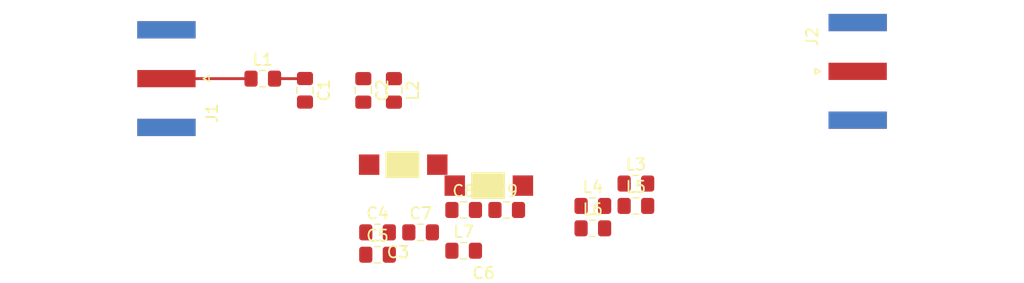
<source format=kicad_pcb>
(kicad_pcb (version 20171130) (host pcbnew "(6.0.0-rc1-dev-305-gf0b8b21)")

  (general
    (thickness 1.6)
    (drawings 0)
    (tracks 3)
    (zones 0)
    (modules 18)
    (nets 9)
  )

  (page A4)
  (layers
    (0 F.Cu signal)
    (31 B.Cu signal)
    (32 B.Adhes user)
    (33 F.Adhes user)
    (34 B.Paste user)
    (35 F.Paste user)
    (36 B.SilkS user)
    (37 F.SilkS user)
    (38 B.Mask user)
    (39 F.Mask user)
    (40 Dwgs.User user)
    (41 Cmts.User user)
    (42 Eco1.User user)
    (43 Eco2.User user)
    (44 Edge.Cuts user)
    (45 Margin user)
    (46 B.CrtYd user)
    (47 F.CrtYd user)
    (48 B.Fab user)
    (49 F.Fab user)
  )

  (setup
    (last_trace_width 0.25)
    (trace_clearance 0.2)
    (zone_clearance 0.508)
    (zone_45_only no)
    (trace_min 0.2)
    (via_size 0.8)
    (via_drill 0.4)
    (via_min_size 0.4)
    (via_min_drill 0.3)
    (uvia_size 0.3)
    (uvia_drill 0.1)
    (uvias_allowed no)
    (uvia_min_size 0.2)
    (uvia_min_drill 0.1)
    (edge_width 0.1)
    (segment_width 0.2)
    (pcb_text_width 0.3)
    (pcb_text_size 1.5 1.5)
    (mod_edge_width 0.15)
    (mod_text_size 1 1)
    (mod_text_width 0.15)
    (pad_size 1.524 1.524)
    (pad_drill 0.762)
    (pad_to_mask_clearance 0)
    (aux_axis_origin 0 0)
    (visible_elements FFFFFF7F)
    (pcbplotparams
      (layerselection 0x010fc_ffffffff)
      (usegerberextensions false)
      (usegerberattributes false)
      (usegerberadvancedattributes false)
      (creategerberjobfile false)
      (excludeedgelayer true)
      (linewidth 0.100000)
      (plotframeref false)
      (viasonmask false)
      (mode 1)
      (useauxorigin false)
      (hpglpennumber 1)
      (hpglpenspeed 20)
      (hpglpendiameter 15.000000)
      (psnegative false)
      (psa4output false)
      (plotreference true)
      (plotvalue true)
      (plotinvisibletext false)
      (padsonsilk false)
      (subtractmaskfromsilk false)
      (outputformat 1)
      (mirror false)
      (drillshape 1)
      (scaleselection 1)
      (outputdirectory ""))
  )

  (net 0 "")
  (net 1 "Net-(C1-Pad2)")
  (net 2 "Net-(C1-Pad1)")
  (net 3 "Net-(C3-Pad1)")
  (net 4 "Net-(C5-Pad1)")
  (net 5 "Net-(C6-Pad1)")
  (net 6 "Net-(C8-Pad1)")
  (net 7 "Net-(J1-Pad1)")
  (net 8 "Net-(J2-Pad1)")

  (net_class Default "This is the default net class."
    (clearance 0.2)
    (trace_width 0.25)
    (via_dia 0.8)
    (via_drill 0.4)
    (uvia_dia 0.3)
    (uvia_drill 0.1)
    (add_net "Net-(C1-Pad1)")
    (add_net "Net-(C1-Pad2)")
    (add_net "Net-(C3-Pad1)")
    (add_net "Net-(C5-Pad1)")
    (add_net "Net-(C6-Pad1)")
    (add_net "Net-(C8-Pad1)")
    (add_net "Net-(J1-Pad1)")
    (add_net "Net-(J2-Pad1)")
  )

  (module Capacitor_SMD:C_0805_2012Metric_Pad1.15x1.40mm_HandSolder (layer F.Cu) (tedit 5B36C52B) (tstamp 5E39EB7A)
    (at 138.43 57.277 270)
    (descr "Capacitor SMD 0805 (2012 Metric), square (rectangular) end terminal, IPC_7351 nominal with elongated pad for handsoldering. (Body size source: https://docs.google.com/spreadsheets/d/1BsfQQcO9C6DZCsRaXUlFlo91Tg2WpOkGARC1WS5S8t0/edit?usp=sharing), generated with kicad-footprint-generator")
    (tags "capacitor handsolder")
    (path /5E39E5F6)
    (attr smd)
    (fp_text reference C1 (at 0 -1.65 270) (layer F.SilkS)
      (effects (font (size 1 1) (thickness 0.15)))
    )
    (fp_text value C_match (at 0 1.65 270) (layer F.Fab)
      (effects (font (size 1 1) (thickness 0.15)))
    )
    (fp_text user %R (at 0 0 270) (layer F.Fab)
      (effects (font (size 0.5 0.5) (thickness 0.08)))
    )
    (fp_line (start 1.85 0.95) (end -1.85 0.95) (layer F.CrtYd) (width 0.05))
    (fp_line (start 1.85 -0.95) (end 1.85 0.95) (layer F.CrtYd) (width 0.05))
    (fp_line (start -1.85 -0.95) (end 1.85 -0.95) (layer F.CrtYd) (width 0.05))
    (fp_line (start -1.85 0.95) (end -1.85 -0.95) (layer F.CrtYd) (width 0.05))
    (fp_line (start -0.261252 0.71) (end 0.261252 0.71) (layer F.SilkS) (width 0.12))
    (fp_line (start -0.261252 -0.71) (end 0.261252 -0.71) (layer F.SilkS) (width 0.12))
    (fp_line (start 1 0.6) (end -1 0.6) (layer F.Fab) (width 0.1))
    (fp_line (start 1 -0.6) (end 1 0.6) (layer F.Fab) (width 0.1))
    (fp_line (start -1 -0.6) (end 1 -0.6) (layer F.Fab) (width 0.1))
    (fp_line (start -1 0.6) (end -1 -0.6) (layer F.Fab) (width 0.1))
    (pad 2 smd roundrect (at 1.025 0 270) (size 1.15 1.4) (layers F.Cu F.Paste F.Mask) (roundrect_rratio 0.217391)
      (net 1 "Net-(C1-Pad2)"))
    (pad 1 smd roundrect (at -1.025 0 270) (size 1.15 1.4) (layers F.Cu F.Paste F.Mask) (roundrect_rratio 0.217391)
      (net 2 "Net-(C1-Pad1)"))
    (model ${KISYS3DMOD}/Capacitor_SMD.3dshapes/C_0805_2012Metric.wrl
      (at (xyz 0 0 0))
      (scale (xyz 1 1 1))
      (rotate (xyz 0 0 0))
    )
  )

  (module Capacitor_SMD:C_0805_2012Metric_Pad1.15x1.40mm_HandSolder (layer F.Cu) (tedit 5B36C52B) (tstamp 5E39EB8B)
    (at 143.51 57.286 270)
    (descr "Capacitor SMD 0805 (2012 Metric), square (rectangular) end terminal, IPC_7351 nominal with elongated pad for handsoldering. (Body size source: https://docs.google.com/spreadsheets/d/1BsfQQcO9C6DZCsRaXUlFlo91Tg2WpOkGARC1WS5S8t0/edit?usp=sharing), generated with kicad-footprint-generator")
    (tags "capacitor handsolder")
    (path /5E39E244)
    (attr smd)
    (fp_text reference C2 (at 0 -1.65 270) (layer F.SilkS)
      (effects (font (size 1 1) (thickness 0.15)))
    )
    (fp_text value C (at 0 1.65 270) (layer F.Fab)
      (effects (font (size 1 1) (thickness 0.15)))
    )
    (fp_line (start -1 0.6) (end -1 -0.6) (layer F.Fab) (width 0.1))
    (fp_line (start -1 -0.6) (end 1 -0.6) (layer F.Fab) (width 0.1))
    (fp_line (start 1 -0.6) (end 1 0.6) (layer F.Fab) (width 0.1))
    (fp_line (start 1 0.6) (end -1 0.6) (layer F.Fab) (width 0.1))
    (fp_line (start -0.261252 -0.71) (end 0.261252 -0.71) (layer F.SilkS) (width 0.12))
    (fp_line (start -0.261252 0.71) (end 0.261252 0.71) (layer F.SilkS) (width 0.12))
    (fp_line (start -1.85 0.95) (end -1.85 -0.95) (layer F.CrtYd) (width 0.05))
    (fp_line (start -1.85 -0.95) (end 1.85 -0.95) (layer F.CrtYd) (width 0.05))
    (fp_line (start 1.85 -0.95) (end 1.85 0.95) (layer F.CrtYd) (width 0.05))
    (fp_line (start 1.85 0.95) (end -1.85 0.95) (layer F.CrtYd) (width 0.05))
    (fp_text user %R (at 0 0 270) (layer F.Fab)
      (effects (font (size 0.5 0.5) (thickness 0.08)))
    )
    (pad 1 smd roundrect (at -1.025 0 270) (size 1.15 1.4) (layers F.Cu F.Paste F.Mask) (roundrect_rratio 0.217391)
      (net 2 "Net-(C1-Pad1)"))
    (pad 2 smd roundrect (at 1.025 0 270) (size 1.15 1.4) (layers F.Cu F.Paste F.Mask) (roundrect_rratio 0.217391)
      (net 1 "Net-(C1-Pad2)"))
    (model ${KISYS3DMOD}/Capacitor_SMD.3dshapes/C_0805_2012Metric.wrl
      (at (xyz 0 0 0))
      (scale (xyz 1 1 1))
      (rotate (xyz 0 0 0))
    )
  )

  (module "Connector_PinHeader_2.54mm:Variable Capacitor" (layer F.Cu) (tedit 5E20EA9C) (tstamp 5E39F120)
    (at 146.534124 63.754)
    (path /5E39EFCE)
    (fp_text reference C3 (at 0 7.62) (layer F.SilkS)
      (effects (font (size 1 1) (thickness 0.15)))
    )
    (fp_text value C_Variable (at 0 5.08) (layer F.Fab)
      (effects (font (size 1 1) (thickness 0.15)))
    )
    (fp_poly (pts (xy -1.016 -1.0795) (xy -1.016 1.0795) (xy 1.778 1.0795) (xy 1.778 -1.0795)) (layer F.SilkS) (width 0.15))
    (pad 1 smd rect (at -2.516124 0) (size 1.778 1.778) (layers F.Cu F.Paste F.Mask)
      (net 3 "Net-(C3-Pad1)"))
    (pad 2 smd rect (at 3.419348 0) (size 1.778 1.778) (layers F.Cu F.Paste F.Mask)
      (net 2 "Net-(C1-Pad1)"))
  )

  (module Capacitor_SMD:C_0805_2012Metric_Pad1.15x1.40mm_HandSolder (layer F.Cu) (tedit 5B36C52B) (tstamp 5E39EBA3)
    (at 144.750001 69.648001)
    (descr "Capacitor SMD 0805 (2012 Metric), square (rectangular) end terminal, IPC_7351 nominal with elongated pad for handsoldering. (Body size source: https://docs.google.com/spreadsheets/d/1BsfQQcO9C6DZCsRaXUlFlo91Tg2WpOkGARC1WS5S8t0/edit?usp=sharing), generated with kicad-footprint-generator")
    (tags "capacitor handsolder")
    (path /5E39E2BE)
    (attr smd)
    (fp_text reference C4 (at 0 -1.65) (layer F.SilkS)
      (effects (font (size 1 1) (thickness 0.15)))
    )
    (fp_text value C (at 0 1.65) (layer F.Fab)
      (effects (font (size 1 1) (thickness 0.15)))
    )
    (fp_text user %R (at 0 0) (layer F.Fab)
      (effects (font (size 0.5 0.5) (thickness 0.08)))
    )
    (fp_line (start 1.85 0.95) (end -1.85 0.95) (layer F.CrtYd) (width 0.05))
    (fp_line (start 1.85 -0.95) (end 1.85 0.95) (layer F.CrtYd) (width 0.05))
    (fp_line (start -1.85 -0.95) (end 1.85 -0.95) (layer F.CrtYd) (width 0.05))
    (fp_line (start -1.85 0.95) (end -1.85 -0.95) (layer F.CrtYd) (width 0.05))
    (fp_line (start -0.261252 0.71) (end 0.261252 0.71) (layer F.SilkS) (width 0.12))
    (fp_line (start -0.261252 -0.71) (end 0.261252 -0.71) (layer F.SilkS) (width 0.12))
    (fp_line (start 1 0.6) (end -1 0.6) (layer F.Fab) (width 0.1))
    (fp_line (start 1 -0.6) (end 1 0.6) (layer F.Fab) (width 0.1))
    (fp_line (start -1 -0.6) (end 1 -0.6) (layer F.Fab) (width 0.1))
    (fp_line (start -1 0.6) (end -1 -0.6) (layer F.Fab) (width 0.1))
    (pad 2 smd roundrect (at 1.025 0) (size 1.15 1.4) (layers F.Cu F.Paste F.Mask) (roundrect_rratio 0.217391)
      (net 2 "Net-(C1-Pad1)"))
    (pad 1 smd roundrect (at -1.025 0) (size 1.15 1.4) (layers F.Cu F.Paste F.Mask) (roundrect_rratio 0.217391)
      (net 3 "Net-(C3-Pad1)"))
    (model ${KISYS3DMOD}/Capacitor_SMD.3dshapes/C_0805_2012Metric.wrl
      (at (xyz 0 0 0))
      (scale (xyz 1 1 1))
      (rotate (xyz 0 0 0))
    )
  )

  (module Capacitor_SMD:C_0805_2012Metric_Pad1.15x1.40mm_HandSolder (layer F.Cu) (tedit 5B36C52B) (tstamp 5E39EBB4)
    (at 144.750001 71.598001)
    (descr "Capacitor SMD 0805 (2012 Metric), square (rectangular) end terminal, IPC_7351 nominal with elongated pad for handsoldering. (Body size source: https://docs.google.com/spreadsheets/d/1BsfQQcO9C6DZCsRaXUlFlo91Tg2WpOkGARC1WS5S8t0/edit?usp=sharing), generated with kicad-footprint-generator")
    (tags "capacitor handsolder")
    (path /5E39E304)
    (attr smd)
    (fp_text reference C5 (at 0 -1.65) (layer F.SilkS)
      (effects (font (size 1 1) (thickness 0.15)))
    )
    (fp_text value C (at 0 1.65) (layer F.Fab)
      (effects (font (size 1 1) (thickness 0.15)))
    )
    (fp_line (start -1 0.6) (end -1 -0.6) (layer F.Fab) (width 0.1))
    (fp_line (start -1 -0.6) (end 1 -0.6) (layer F.Fab) (width 0.1))
    (fp_line (start 1 -0.6) (end 1 0.6) (layer F.Fab) (width 0.1))
    (fp_line (start 1 0.6) (end -1 0.6) (layer F.Fab) (width 0.1))
    (fp_line (start -0.261252 -0.71) (end 0.261252 -0.71) (layer F.SilkS) (width 0.12))
    (fp_line (start -0.261252 0.71) (end 0.261252 0.71) (layer F.SilkS) (width 0.12))
    (fp_line (start -1.85 0.95) (end -1.85 -0.95) (layer F.CrtYd) (width 0.05))
    (fp_line (start -1.85 -0.95) (end 1.85 -0.95) (layer F.CrtYd) (width 0.05))
    (fp_line (start 1.85 -0.95) (end 1.85 0.95) (layer F.CrtYd) (width 0.05))
    (fp_line (start 1.85 0.95) (end -1.85 0.95) (layer F.CrtYd) (width 0.05))
    (fp_text user %R (at 0 0) (layer F.Fab)
      (effects (font (size 0.5 0.5) (thickness 0.08)))
    )
    (pad 1 smd roundrect (at -1.025 0) (size 1.15 1.4) (layers F.Cu F.Paste F.Mask) (roundrect_rratio 0.217391)
      (net 4 "Net-(C5-Pad1)"))
    (pad 2 smd roundrect (at 1.025 0) (size 1.15 1.4) (layers F.Cu F.Paste F.Mask) (roundrect_rratio 0.217391)
      (net 1 "Net-(C1-Pad2)"))
    (model ${KISYS3DMOD}/Capacitor_SMD.3dshapes/C_0805_2012Metric.wrl
      (at (xyz 0 0 0))
      (scale (xyz 1 1 1))
      (rotate (xyz 0 0 0))
    )
  )

  (module "Connector_PinHeader_2.54mm:Variable Capacitor" (layer F.Cu) (tedit 5E20EA9C) (tstamp 5E39EBBB)
    (at 153.990124 65.577501)
    (path /5E39F04D)
    (fp_text reference C6 (at 0 7.62) (layer F.SilkS)
      (effects (font (size 1 1) (thickness 0.15)))
    )
    (fp_text value C_Variable (at 0 5.08) (layer F.Fab)
      (effects (font (size 1 1) (thickness 0.15)))
    )
    (fp_poly (pts (xy -1.016 -1.0795) (xy -1.016 1.0795) (xy 1.778 1.0795) (xy 1.778 -1.0795)) (layer F.SilkS) (width 0.15))
    (pad 2 smd rect (at 3.419348 0) (size 1.778 1.778) (layers F.Cu F.Paste F.Mask)
      (net 4 "Net-(C5-Pad1)"))
    (pad 1 smd rect (at -2.516124 0) (size 1.778 1.778) (layers F.Cu F.Paste F.Mask)
      (net 5 "Net-(C6-Pad1)"))
  )

  (module Capacitor_SMD:C_0805_2012Metric_Pad1.15x1.40mm_HandSolder (layer F.Cu) (tedit 5B36C52B) (tstamp 5E39EBCC)
    (at 148.500001 69.648001)
    (descr "Capacitor SMD 0805 (2012 Metric), square (rectangular) end terminal, IPC_7351 nominal with elongated pad for handsoldering. (Body size source: https://docs.google.com/spreadsheets/d/1BsfQQcO9C6DZCsRaXUlFlo91Tg2WpOkGARC1WS5S8t0/edit?usp=sharing), generated with kicad-footprint-generator")
    (tags "capacitor handsolder")
    (path /5E39E34F)
    (attr smd)
    (fp_text reference C7 (at 0 -1.65) (layer F.SilkS)
      (effects (font (size 1 1) (thickness 0.15)))
    )
    (fp_text value C (at 0 1.65) (layer F.Fab)
      (effects (font (size 1 1) (thickness 0.15)))
    )
    (fp_text user %R (at 0 0) (layer F.Fab)
      (effects (font (size 0.5 0.5) (thickness 0.08)))
    )
    (fp_line (start 1.85 0.95) (end -1.85 0.95) (layer F.CrtYd) (width 0.05))
    (fp_line (start 1.85 -0.95) (end 1.85 0.95) (layer F.CrtYd) (width 0.05))
    (fp_line (start -1.85 -0.95) (end 1.85 -0.95) (layer F.CrtYd) (width 0.05))
    (fp_line (start -1.85 0.95) (end -1.85 -0.95) (layer F.CrtYd) (width 0.05))
    (fp_line (start -0.261252 0.71) (end 0.261252 0.71) (layer F.SilkS) (width 0.12))
    (fp_line (start -0.261252 -0.71) (end 0.261252 -0.71) (layer F.SilkS) (width 0.12))
    (fp_line (start 1 0.6) (end -1 0.6) (layer F.Fab) (width 0.1))
    (fp_line (start 1 -0.6) (end 1 0.6) (layer F.Fab) (width 0.1))
    (fp_line (start -1 -0.6) (end 1 -0.6) (layer F.Fab) (width 0.1))
    (fp_line (start -1 0.6) (end -1 -0.6) (layer F.Fab) (width 0.1))
    (pad 2 smd roundrect (at 1.025 0) (size 1.15 1.4) (layers F.Cu F.Paste F.Mask) (roundrect_rratio 0.217391)
      (net 4 "Net-(C5-Pad1)"))
    (pad 1 smd roundrect (at -1.025 0) (size 1.15 1.4) (layers F.Cu F.Paste F.Mask) (roundrect_rratio 0.217391)
      (net 5 "Net-(C6-Pad1)"))
    (model ${KISYS3DMOD}/Capacitor_SMD.3dshapes/C_0805_2012Metric.wrl
      (at (xyz 0 0 0))
      (scale (xyz 1 1 1))
      (rotate (xyz 0 0 0))
    )
  )

  (module Capacitor_SMD:C_0805_2012Metric_Pad1.15x1.40mm_HandSolder (layer F.Cu) (tedit 5B36C52B) (tstamp 5E39EBDD)
    (at 152.250001 67.698001)
    (descr "Capacitor SMD 0805 (2012 Metric), square (rectangular) end terminal, IPC_7351 nominal with elongated pad for handsoldering. (Body size source: https://docs.google.com/spreadsheets/d/1BsfQQcO9C6DZCsRaXUlFlo91Tg2WpOkGARC1WS5S8t0/edit?usp=sharing), generated with kicad-footprint-generator")
    (tags "capacitor handsolder")
    (path /5E39E3A0)
    (attr smd)
    (fp_text reference C8 (at 0 -1.65) (layer F.SilkS)
      (effects (font (size 1 1) (thickness 0.15)))
    )
    (fp_text value C (at 0 1.65) (layer F.Fab)
      (effects (font (size 1 1) (thickness 0.15)))
    )
    (fp_line (start -1 0.6) (end -1 -0.6) (layer F.Fab) (width 0.1))
    (fp_line (start -1 -0.6) (end 1 -0.6) (layer F.Fab) (width 0.1))
    (fp_line (start 1 -0.6) (end 1 0.6) (layer F.Fab) (width 0.1))
    (fp_line (start 1 0.6) (end -1 0.6) (layer F.Fab) (width 0.1))
    (fp_line (start -0.261252 -0.71) (end 0.261252 -0.71) (layer F.SilkS) (width 0.12))
    (fp_line (start -0.261252 0.71) (end 0.261252 0.71) (layer F.SilkS) (width 0.12))
    (fp_line (start -1.85 0.95) (end -1.85 -0.95) (layer F.CrtYd) (width 0.05))
    (fp_line (start -1.85 -0.95) (end 1.85 -0.95) (layer F.CrtYd) (width 0.05))
    (fp_line (start 1.85 -0.95) (end 1.85 0.95) (layer F.CrtYd) (width 0.05))
    (fp_line (start 1.85 0.95) (end -1.85 0.95) (layer F.CrtYd) (width 0.05))
    (fp_text user %R (at 0 0) (layer F.Fab)
      (effects (font (size 0.5 0.5) (thickness 0.08)))
    )
    (pad 1 smd roundrect (at -1.025 0) (size 1.15 1.4) (layers F.Cu F.Paste F.Mask) (roundrect_rratio 0.217391)
      (net 6 "Net-(C8-Pad1)"))
    (pad 2 smd roundrect (at 1.025 0) (size 1.15 1.4) (layers F.Cu F.Paste F.Mask) (roundrect_rratio 0.217391)
      (net 1 "Net-(C1-Pad2)"))
    (model ${KISYS3DMOD}/Capacitor_SMD.3dshapes/C_0805_2012Metric.wrl
      (at (xyz 0 0 0))
      (scale (xyz 1 1 1))
      (rotate (xyz 0 0 0))
    )
  )

  (module Capacitor_SMD:C_0805_2012Metric_Pad1.15x1.40mm_HandSolder (layer F.Cu) (tedit 5B36C52B) (tstamp 5E39EBEE)
    (at 156.000001 67.698001)
    (descr "Capacitor SMD 0805 (2012 Metric), square (rectangular) end terminal, IPC_7351 nominal with elongated pad for handsoldering. (Body size source: https://docs.google.com/spreadsheets/d/1BsfQQcO9C6DZCsRaXUlFlo91Tg2WpOkGARC1WS5S8t0/edit?usp=sharing), generated with kicad-footprint-generator")
    (tags "capacitor handsolder")
    (path /5E39E6F4)
    (attr smd)
    (fp_text reference C9 (at 0 -1.65) (layer F.SilkS)
      (effects (font (size 1 1) (thickness 0.15)))
    )
    (fp_text value C (at 0 1.65) (layer F.Fab)
      (effects (font (size 1 1) (thickness 0.15)))
    )
    (fp_line (start -1 0.6) (end -1 -0.6) (layer F.Fab) (width 0.1))
    (fp_line (start -1 -0.6) (end 1 -0.6) (layer F.Fab) (width 0.1))
    (fp_line (start 1 -0.6) (end 1 0.6) (layer F.Fab) (width 0.1))
    (fp_line (start 1 0.6) (end -1 0.6) (layer F.Fab) (width 0.1))
    (fp_line (start -0.261252 -0.71) (end 0.261252 -0.71) (layer F.SilkS) (width 0.12))
    (fp_line (start -0.261252 0.71) (end 0.261252 0.71) (layer F.SilkS) (width 0.12))
    (fp_line (start -1.85 0.95) (end -1.85 -0.95) (layer F.CrtYd) (width 0.05))
    (fp_line (start -1.85 -0.95) (end 1.85 -0.95) (layer F.CrtYd) (width 0.05))
    (fp_line (start 1.85 -0.95) (end 1.85 0.95) (layer F.CrtYd) (width 0.05))
    (fp_line (start 1.85 0.95) (end -1.85 0.95) (layer F.CrtYd) (width 0.05))
    (fp_text user %R (at 0 0) (layer F.Fab)
      (effects (font (size 0.5 0.5) (thickness 0.08)))
    )
    (pad 1 smd roundrect (at -1.025 0) (size 1.15 1.4) (layers F.Cu F.Paste F.Mask) (roundrect_rratio 0.217391)
      (net 6 "Net-(C8-Pad1)"))
    (pad 2 smd roundrect (at 1.025 0) (size 1.15 1.4) (layers F.Cu F.Paste F.Mask) (roundrect_rratio 0.217391)
      (net 1 "Net-(C1-Pad2)"))
    (model ${KISYS3DMOD}/Capacitor_SMD.3dshapes/C_0805_2012Metric.wrl
      (at (xyz 0 0 0))
      (scale (xyz 1 1 1))
      (rotate (xyz 0 0 0))
    )
  )

  (module Connector_Coaxial:SMA_Amphenol_132289_EdgeMount (layer F.Cu) (tedit 5A1C1810) (tstamp 5E39EC11)
    (at 126.365 56.261 180)
    (descr http://www.amphenolrf.com/132289.html)
    (tags SMA)
    (path /5E39EAC7)
    (attr smd)
    (fp_text reference J1 (at -3.96 -3 270) (layer F.SilkS)
      (effects (font (size 1 1) (thickness 0.15)))
    )
    (fp_text value Conn_Coaxial (at 5 6 180) (layer F.Fab)
      (effects (font (size 1 1) (thickness 0.15)))
    )
    (fp_line (start -1.91 5.08) (end 4.445 5.08) (layer F.Fab) (width 0.1))
    (fp_line (start -1.91 3.81) (end -1.91 5.08) (layer F.Fab) (width 0.1))
    (fp_line (start 2.54 3.81) (end -1.91 3.81) (layer F.Fab) (width 0.1))
    (fp_line (start 2.54 -3.81) (end 2.54 3.81) (layer F.Fab) (width 0.1))
    (fp_line (start -1.91 -3.81) (end 2.54 -3.81) (layer F.Fab) (width 0.1))
    (fp_line (start -1.91 -5.08) (end -1.91 -3.81) (layer F.Fab) (width 0.1))
    (fp_line (start -1.91 -5.08) (end 4.445 -5.08) (layer F.Fab) (width 0.1))
    (fp_line (start 4.445 -3.81) (end 4.445 -5.08) (layer F.Fab) (width 0.1))
    (fp_line (start 4.445 5.08) (end 4.445 3.81) (layer F.Fab) (width 0.1))
    (fp_line (start 13.97 3.81) (end 4.445 3.81) (layer F.Fab) (width 0.1))
    (fp_line (start 13.97 -3.81) (end 13.97 3.81) (layer F.Fab) (width 0.1))
    (fp_line (start 4.445 -3.81) (end 13.97 -3.81) (layer F.Fab) (width 0.1))
    (fp_line (start -3.04 5.58) (end -3.04 -5.58) (layer B.CrtYd) (width 0.05))
    (fp_line (start 14.47 5.58) (end -3.04 5.58) (layer B.CrtYd) (width 0.05))
    (fp_line (start 14.47 -5.58) (end 14.47 5.58) (layer B.CrtYd) (width 0.05))
    (fp_line (start 14.47 -5.58) (end -3.04 -5.58) (layer B.CrtYd) (width 0.05))
    (fp_line (start -3.04 5.58) (end -3.04 -5.58) (layer F.CrtYd) (width 0.05))
    (fp_line (start 14.47 5.58) (end -3.04 5.58) (layer F.CrtYd) (width 0.05))
    (fp_line (start 14.47 -5.58) (end 14.47 5.58) (layer F.CrtYd) (width 0.05))
    (fp_line (start 14.47 -5.58) (end -3.04 -5.58) (layer F.CrtYd) (width 0.05))
    (fp_text user %R (at 4.79 0 90) (layer F.Fab)
      (effects (font (size 1 1) (thickness 0.15)))
    )
    (fp_line (start 2.54 -0.75) (end 3.54 0) (layer F.Fab) (width 0.1))
    (fp_line (start 3.54 0) (end 2.54 0.75) (layer F.Fab) (width 0.1))
    (fp_line (start -3.21 0) (end -3.71 -0.25) (layer F.SilkS) (width 0.12))
    (fp_line (start -3.71 -0.25) (end -3.71 0.25) (layer F.SilkS) (width 0.12))
    (fp_line (start -3.71 0.25) (end -3.21 0) (layer F.SilkS) (width 0.12))
    (pad 1 smd rect (at 0 0 270) (size 1.5 5.08) (layers F.Cu F.Paste F.Mask)
      (net 7 "Net-(J1-Pad1)"))
    (pad 2 smd rect (at 0 -4.25 270) (size 1.5 5.08) (layers F.Cu F.Paste F.Mask)
      (net 1 "Net-(C1-Pad2)"))
    (pad 2 smd rect (at 0 4.25 270) (size 1.5 5.08) (layers F.Cu F.Paste F.Mask)
      (net 1 "Net-(C1-Pad2)"))
    (pad 2 smd rect (at 0 -4.25 270) (size 1.5 5.08) (layers B.Cu B.Paste B.Mask)
      (net 1 "Net-(C1-Pad2)"))
    (pad 2 smd rect (at 0 4.25 270) (size 1.5 5.08) (layers B.Cu B.Paste B.Mask)
      (net 1 "Net-(C1-Pad2)"))
    (model ${KISYS3DMOD}/Connector_Coaxial.3dshapes/SMA_Amphenol_132289_EdgeMount.wrl
      (at (xyz 0 0 0))
      (scale (xyz 1 1 1))
      (rotate (xyz 0 0 0))
    )
  )

  (module Connector_Coaxial:SMA_Amphenol_132289_EdgeMount (layer F.Cu) (tedit 5A1C1810) (tstamp 5E39EC34)
    (at 186.563 55.626)
    (descr http://www.amphenolrf.com/132289.html)
    (tags SMA)
    (path /5E39EA26)
    (attr smd)
    (fp_text reference J2 (at -3.96 -3 90) (layer F.SilkS)
      (effects (font (size 1 1) (thickness 0.15)))
    )
    (fp_text value Conn_Coaxial (at 5 6) (layer F.Fab)
      (effects (font (size 1 1) (thickness 0.15)))
    )
    (fp_line (start -3.71 0.25) (end -3.21 0) (layer F.SilkS) (width 0.12))
    (fp_line (start -3.71 -0.25) (end -3.71 0.25) (layer F.SilkS) (width 0.12))
    (fp_line (start -3.21 0) (end -3.71 -0.25) (layer F.SilkS) (width 0.12))
    (fp_line (start 3.54 0) (end 2.54 0.75) (layer F.Fab) (width 0.1))
    (fp_line (start 2.54 -0.75) (end 3.54 0) (layer F.Fab) (width 0.1))
    (fp_text user %R (at 4.79 0 270) (layer F.Fab)
      (effects (font (size 1 1) (thickness 0.15)))
    )
    (fp_line (start 14.47 -5.58) (end -3.04 -5.58) (layer F.CrtYd) (width 0.05))
    (fp_line (start 14.47 -5.58) (end 14.47 5.58) (layer F.CrtYd) (width 0.05))
    (fp_line (start 14.47 5.58) (end -3.04 5.58) (layer F.CrtYd) (width 0.05))
    (fp_line (start -3.04 5.58) (end -3.04 -5.58) (layer F.CrtYd) (width 0.05))
    (fp_line (start 14.47 -5.58) (end -3.04 -5.58) (layer B.CrtYd) (width 0.05))
    (fp_line (start 14.47 -5.58) (end 14.47 5.58) (layer B.CrtYd) (width 0.05))
    (fp_line (start 14.47 5.58) (end -3.04 5.58) (layer B.CrtYd) (width 0.05))
    (fp_line (start -3.04 5.58) (end -3.04 -5.58) (layer B.CrtYd) (width 0.05))
    (fp_line (start 4.445 -3.81) (end 13.97 -3.81) (layer F.Fab) (width 0.1))
    (fp_line (start 13.97 -3.81) (end 13.97 3.81) (layer F.Fab) (width 0.1))
    (fp_line (start 13.97 3.81) (end 4.445 3.81) (layer F.Fab) (width 0.1))
    (fp_line (start 4.445 5.08) (end 4.445 3.81) (layer F.Fab) (width 0.1))
    (fp_line (start 4.445 -3.81) (end 4.445 -5.08) (layer F.Fab) (width 0.1))
    (fp_line (start -1.91 -5.08) (end 4.445 -5.08) (layer F.Fab) (width 0.1))
    (fp_line (start -1.91 -5.08) (end -1.91 -3.81) (layer F.Fab) (width 0.1))
    (fp_line (start -1.91 -3.81) (end 2.54 -3.81) (layer F.Fab) (width 0.1))
    (fp_line (start 2.54 -3.81) (end 2.54 3.81) (layer F.Fab) (width 0.1))
    (fp_line (start 2.54 3.81) (end -1.91 3.81) (layer F.Fab) (width 0.1))
    (fp_line (start -1.91 3.81) (end -1.91 5.08) (layer F.Fab) (width 0.1))
    (fp_line (start -1.91 5.08) (end 4.445 5.08) (layer F.Fab) (width 0.1))
    (pad 2 smd rect (at 0 4.25 90) (size 1.5 5.08) (layers B.Cu B.Paste B.Mask)
      (net 1 "Net-(C1-Pad2)"))
    (pad 2 smd rect (at 0 -4.25 90) (size 1.5 5.08) (layers B.Cu B.Paste B.Mask)
      (net 1 "Net-(C1-Pad2)"))
    (pad 2 smd rect (at 0 4.25 90) (size 1.5 5.08) (layers F.Cu F.Paste F.Mask)
      (net 1 "Net-(C1-Pad2)"))
    (pad 2 smd rect (at 0 -4.25 90) (size 1.5 5.08) (layers F.Cu F.Paste F.Mask)
      (net 1 "Net-(C1-Pad2)"))
    (pad 1 smd rect (at 0 0 90) (size 1.5 5.08) (layers F.Cu F.Paste F.Mask)
      (net 8 "Net-(J2-Pad1)"))
    (model ${KISYS3DMOD}/Connector_Coaxial.3dshapes/SMA_Amphenol_132289_EdgeMount.wrl
      (at (xyz 0 0 0))
      (scale (xyz 1 1 1))
      (rotate (xyz 0 0 0))
    )
  )

  (module Inductor_SMD:L_0805_2012Metric_Pad1.15x1.40mm_HandSolder (layer F.Cu) (tedit 5B36C52B) (tstamp 5E39EC45)
    (at 134.756 56.261)
    (descr "Capacitor SMD 0805 (2012 Metric), square (rectangular) end terminal, IPC_7351 nominal with elongated pad for handsoldering. (Body size source: https://docs.google.com/spreadsheets/d/1BsfQQcO9C6DZCsRaXUlFlo91Tg2WpOkGARC1WS5S8t0/edit?usp=sharing), generated with kicad-footprint-generator")
    (tags "inductor handsolder")
    (path /5E39E659)
    (attr smd)
    (fp_text reference L1 (at 0 -1.65) (layer F.SilkS)
      (effects (font (size 1 1) (thickness 0.15)))
    )
    (fp_text value L_match (at 0 1.65) (layer F.Fab)
      (effects (font (size 1 1) (thickness 0.15)))
    )
    (fp_text user %R (at 0 0) (layer F.Fab)
      (effects (font (size 0.5 0.5) (thickness 0.08)))
    )
    (fp_line (start 1.85 0.95) (end -1.85 0.95) (layer F.CrtYd) (width 0.05))
    (fp_line (start 1.85 -0.95) (end 1.85 0.95) (layer F.CrtYd) (width 0.05))
    (fp_line (start -1.85 -0.95) (end 1.85 -0.95) (layer F.CrtYd) (width 0.05))
    (fp_line (start -1.85 0.95) (end -1.85 -0.95) (layer F.CrtYd) (width 0.05))
    (fp_line (start -0.261252 0.71) (end 0.261252 0.71) (layer F.SilkS) (width 0.12))
    (fp_line (start -0.261252 -0.71) (end 0.261252 -0.71) (layer F.SilkS) (width 0.12))
    (fp_line (start 1 0.6) (end -1 0.6) (layer F.Fab) (width 0.1))
    (fp_line (start 1 -0.6) (end 1 0.6) (layer F.Fab) (width 0.1))
    (fp_line (start -1 -0.6) (end 1 -0.6) (layer F.Fab) (width 0.1))
    (fp_line (start -1 0.6) (end -1 -0.6) (layer F.Fab) (width 0.1))
    (pad 2 smd roundrect (at 1.025 0) (size 1.15 1.4) (layers F.Cu F.Paste F.Mask) (roundrect_rratio 0.217391)
      (net 2 "Net-(C1-Pad1)"))
    (pad 1 smd roundrect (at -1.025 0) (size 1.15 1.4) (layers F.Cu F.Paste F.Mask) (roundrect_rratio 0.217391)
      (net 7 "Net-(J1-Pad1)"))
    (model ${KISYS3DMOD}/Inductor_SMD.3dshapes/L_0805_2012Metric.wrl
      (at (xyz 0 0 0))
      (scale (xyz 1 1 1))
      (rotate (xyz 0 0 0))
    )
  )

  (module Inductor_SMD:L_0805_2012Metric_Pad1.15x1.40mm_HandSolder (layer F.Cu) (tedit 5B36C52B) (tstamp 5E39EC56)
    (at 146.177 57.286 270)
    (descr "Capacitor SMD 0805 (2012 Metric), square (rectangular) end terminal, IPC_7351 nominal with elongated pad for handsoldering. (Body size source: https://docs.google.com/spreadsheets/d/1BsfQQcO9C6DZCsRaXUlFlo91Tg2WpOkGARC1WS5S8t0/edit?usp=sharing), generated with kicad-footprint-generator")
    (tags "inductor handsolder")
    (path /5E39E3F8)
    (attr smd)
    (fp_text reference L2 (at 0 -1.65 270) (layer F.SilkS)
      (effects (font (size 1 1) (thickness 0.15)))
    )
    (fp_text value L (at 0 1.65 270) (layer F.Fab)
      (effects (font (size 1 1) (thickness 0.15)))
    )
    (fp_line (start -1 0.6) (end -1 -0.6) (layer F.Fab) (width 0.1))
    (fp_line (start -1 -0.6) (end 1 -0.6) (layer F.Fab) (width 0.1))
    (fp_line (start 1 -0.6) (end 1 0.6) (layer F.Fab) (width 0.1))
    (fp_line (start 1 0.6) (end -1 0.6) (layer F.Fab) (width 0.1))
    (fp_line (start -0.261252 -0.71) (end 0.261252 -0.71) (layer F.SilkS) (width 0.12))
    (fp_line (start -0.261252 0.71) (end 0.261252 0.71) (layer F.SilkS) (width 0.12))
    (fp_line (start -1.85 0.95) (end -1.85 -0.95) (layer F.CrtYd) (width 0.05))
    (fp_line (start -1.85 -0.95) (end 1.85 -0.95) (layer F.CrtYd) (width 0.05))
    (fp_line (start 1.85 -0.95) (end 1.85 0.95) (layer F.CrtYd) (width 0.05))
    (fp_line (start 1.85 0.95) (end -1.85 0.95) (layer F.CrtYd) (width 0.05))
    (fp_text user %R (at 0 0 270) (layer F.Fab)
      (effects (font (size 0.5 0.5) (thickness 0.08)))
    )
    (pad 1 smd roundrect (at -1.025 0 270) (size 1.15 1.4) (layers F.Cu F.Paste F.Mask) (roundrect_rratio 0.217391)
      (net 2 "Net-(C1-Pad1)"))
    (pad 2 smd roundrect (at 1.025 0 270) (size 1.15 1.4) (layers F.Cu F.Paste F.Mask) (roundrect_rratio 0.217391)
      (net 1 "Net-(C1-Pad2)"))
    (model ${KISYS3DMOD}/Inductor_SMD.3dshapes/L_0805_2012Metric.wrl
      (at (xyz 0 0 0))
      (scale (xyz 1 1 1))
      (rotate (xyz 0 0 0))
    )
  )

  (module Inductor_SMD:L_0805_2012Metric_Pad1.15x1.40mm_HandSolder (layer F.Cu) (tedit 5B36C52B) (tstamp 5E39EC67)
    (at 167.250001 65.398001)
    (descr "Capacitor SMD 0805 (2012 Metric), square (rectangular) end terminal, IPC_7351 nominal with elongated pad for handsoldering. (Body size source: https://docs.google.com/spreadsheets/d/1BsfQQcO9C6DZCsRaXUlFlo91Tg2WpOkGARC1WS5S8t0/edit?usp=sharing), generated with kicad-footprint-generator")
    (tags "inductor handsolder")
    (path /5E39E43D)
    (attr smd)
    (fp_text reference L3 (at 0 -1.65) (layer F.SilkS)
      (effects (font (size 1 1) (thickness 0.15)))
    )
    (fp_text value L (at 0 1.65) (layer F.Fab)
      (effects (font (size 1 1) (thickness 0.15)))
    )
    (fp_text user %R (at 0 0) (layer F.Fab)
      (effects (font (size 0.5 0.5) (thickness 0.08)))
    )
    (fp_line (start 1.85 0.95) (end -1.85 0.95) (layer F.CrtYd) (width 0.05))
    (fp_line (start 1.85 -0.95) (end 1.85 0.95) (layer F.CrtYd) (width 0.05))
    (fp_line (start -1.85 -0.95) (end 1.85 -0.95) (layer F.CrtYd) (width 0.05))
    (fp_line (start -1.85 0.95) (end -1.85 -0.95) (layer F.CrtYd) (width 0.05))
    (fp_line (start -0.261252 0.71) (end 0.261252 0.71) (layer F.SilkS) (width 0.12))
    (fp_line (start -0.261252 -0.71) (end 0.261252 -0.71) (layer F.SilkS) (width 0.12))
    (fp_line (start 1 0.6) (end -1 0.6) (layer F.Fab) (width 0.1))
    (fp_line (start 1 -0.6) (end 1 0.6) (layer F.Fab) (width 0.1))
    (fp_line (start -1 -0.6) (end 1 -0.6) (layer F.Fab) (width 0.1))
    (fp_line (start -1 0.6) (end -1 -0.6) (layer F.Fab) (width 0.1))
    (pad 2 smd roundrect (at 1.025 0) (size 1.15 1.4) (layers F.Cu F.Paste F.Mask) (roundrect_rratio 0.217391)
      (net 4 "Net-(C5-Pad1)"))
    (pad 1 smd roundrect (at -1.025 0) (size 1.15 1.4) (layers F.Cu F.Paste F.Mask) (roundrect_rratio 0.217391)
      (net 3 "Net-(C3-Pad1)"))
    (model ${KISYS3DMOD}/Inductor_SMD.3dshapes/L_0805_2012Metric.wrl
      (at (xyz 0 0 0))
      (scale (xyz 1 1 1))
      (rotate (xyz 0 0 0))
    )
  )

  (module Inductor_SMD:L_0805_2012Metric_Pad1.15x1.40mm_HandSolder (layer F.Cu) (tedit 5B36C52B) (tstamp 5E39EC78)
    (at 163.500001 67.348001)
    (descr "Capacitor SMD 0805 (2012 Metric), square (rectangular) end terminal, IPC_7351 nominal with elongated pad for handsoldering. (Body size source: https://docs.google.com/spreadsheets/d/1BsfQQcO9C6DZCsRaXUlFlo91Tg2WpOkGARC1WS5S8t0/edit?usp=sharing), generated with kicad-footprint-generator")
    (tags "inductor handsolder")
    (path /5E39E4A9)
    (attr smd)
    (fp_text reference L4 (at 0 -1.65) (layer F.SilkS)
      (effects (font (size 1 1) (thickness 0.15)))
    )
    (fp_text value L (at 0 1.65) (layer F.Fab)
      (effects (font (size 1 1) (thickness 0.15)))
    )
    (fp_line (start -1 0.6) (end -1 -0.6) (layer F.Fab) (width 0.1))
    (fp_line (start -1 -0.6) (end 1 -0.6) (layer F.Fab) (width 0.1))
    (fp_line (start 1 -0.6) (end 1 0.6) (layer F.Fab) (width 0.1))
    (fp_line (start 1 0.6) (end -1 0.6) (layer F.Fab) (width 0.1))
    (fp_line (start -0.261252 -0.71) (end 0.261252 -0.71) (layer F.SilkS) (width 0.12))
    (fp_line (start -0.261252 0.71) (end 0.261252 0.71) (layer F.SilkS) (width 0.12))
    (fp_line (start -1.85 0.95) (end -1.85 -0.95) (layer F.CrtYd) (width 0.05))
    (fp_line (start -1.85 -0.95) (end 1.85 -0.95) (layer F.CrtYd) (width 0.05))
    (fp_line (start 1.85 -0.95) (end 1.85 0.95) (layer F.CrtYd) (width 0.05))
    (fp_line (start 1.85 0.95) (end -1.85 0.95) (layer F.CrtYd) (width 0.05))
    (fp_text user %R (at 0 0) (layer F.Fab)
      (effects (font (size 0.5 0.5) (thickness 0.08)))
    )
    (pad 1 smd roundrect (at -1.025 0) (size 1.15 1.4) (layers F.Cu F.Paste F.Mask) (roundrect_rratio 0.217391)
      (net 4 "Net-(C5-Pad1)"))
    (pad 2 smd roundrect (at 1.025 0) (size 1.15 1.4) (layers F.Cu F.Paste F.Mask) (roundrect_rratio 0.217391)
      (net 1 "Net-(C1-Pad2)"))
    (model ${KISYS3DMOD}/Inductor_SMD.3dshapes/L_0805_2012Metric.wrl
      (at (xyz 0 0 0))
      (scale (xyz 1 1 1))
      (rotate (xyz 0 0 0))
    )
  )

  (module Inductor_SMD:L_0805_2012Metric_Pad1.15x1.40mm_HandSolder (layer F.Cu) (tedit 5B36C52B) (tstamp 5E39EC89)
    (at 167.250001 67.348001)
    (descr "Capacitor SMD 0805 (2012 Metric), square (rectangular) end terminal, IPC_7351 nominal with elongated pad for handsoldering. (Body size source: https://docs.google.com/spreadsheets/d/1BsfQQcO9C6DZCsRaXUlFlo91Tg2WpOkGARC1WS5S8t0/edit?usp=sharing), generated with kicad-footprint-generator")
    (tags "inductor handsolder")
    (path /5E39E4F1)
    (attr smd)
    (fp_text reference L5 (at 0 -1.65) (layer F.SilkS)
      (effects (font (size 1 1) (thickness 0.15)))
    )
    (fp_text value L (at 0 1.65) (layer F.Fab)
      (effects (font (size 1 1) (thickness 0.15)))
    )
    (fp_text user %R (at 0 0) (layer F.Fab)
      (effects (font (size 0.5 0.5) (thickness 0.08)))
    )
    (fp_line (start 1.85 0.95) (end -1.85 0.95) (layer F.CrtYd) (width 0.05))
    (fp_line (start 1.85 -0.95) (end 1.85 0.95) (layer F.CrtYd) (width 0.05))
    (fp_line (start -1.85 -0.95) (end 1.85 -0.95) (layer F.CrtYd) (width 0.05))
    (fp_line (start -1.85 0.95) (end -1.85 -0.95) (layer F.CrtYd) (width 0.05))
    (fp_line (start -0.261252 0.71) (end 0.261252 0.71) (layer F.SilkS) (width 0.12))
    (fp_line (start -0.261252 -0.71) (end 0.261252 -0.71) (layer F.SilkS) (width 0.12))
    (fp_line (start 1 0.6) (end -1 0.6) (layer F.Fab) (width 0.1))
    (fp_line (start 1 -0.6) (end 1 0.6) (layer F.Fab) (width 0.1))
    (fp_line (start -1 -0.6) (end 1 -0.6) (layer F.Fab) (width 0.1))
    (fp_line (start -1 0.6) (end -1 -0.6) (layer F.Fab) (width 0.1))
    (pad 2 smd roundrect (at 1.025 0) (size 1.15 1.4) (layers F.Cu F.Paste F.Mask) (roundrect_rratio 0.217391)
      (net 6 "Net-(C8-Pad1)"))
    (pad 1 smd roundrect (at -1.025 0) (size 1.15 1.4) (layers F.Cu F.Paste F.Mask) (roundrect_rratio 0.217391)
      (net 5 "Net-(C6-Pad1)"))
    (model ${KISYS3DMOD}/Inductor_SMD.3dshapes/L_0805_2012Metric.wrl
      (at (xyz 0 0 0))
      (scale (xyz 1 1 1))
      (rotate (xyz 0 0 0))
    )
  )

  (module Inductor_SMD:L_0805_2012Metric_Pad1.15x1.40mm_HandSolder (layer F.Cu) (tedit 5B36C52B) (tstamp 5E39EC9A)
    (at 163.500001 69.298001)
    (descr "Capacitor SMD 0805 (2012 Metric), square (rectangular) end terminal, IPC_7351 nominal with elongated pad for handsoldering. (Body size source: https://docs.google.com/spreadsheets/d/1BsfQQcO9C6DZCsRaXUlFlo91Tg2WpOkGARC1WS5S8t0/edit?usp=sharing), generated with kicad-footprint-generator")
    (tags "inductor handsolder")
    (path /5E39E567)
    (attr smd)
    (fp_text reference L6 (at 0 -1.65) (layer F.SilkS)
      (effects (font (size 1 1) (thickness 0.15)))
    )
    (fp_text value L (at 0 1.65) (layer F.Fab)
      (effects (font (size 1 1) (thickness 0.15)))
    )
    (fp_line (start -1 0.6) (end -1 -0.6) (layer F.Fab) (width 0.1))
    (fp_line (start -1 -0.6) (end 1 -0.6) (layer F.Fab) (width 0.1))
    (fp_line (start 1 -0.6) (end 1 0.6) (layer F.Fab) (width 0.1))
    (fp_line (start 1 0.6) (end -1 0.6) (layer F.Fab) (width 0.1))
    (fp_line (start -0.261252 -0.71) (end 0.261252 -0.71) (layer F.SilkS) (width 0.12))
    (fp_line (start -0.261252 0.71) (end 0.261252 0.71) (layer F.SilkS) (width 0.12))
    (fp_line (start -1.85 0.95) (end -1.85 -0.95) (layer F.CrtYd) (width 0.05))
    (fp_line (start -1.85 -0.95) (end 1.85 -0.95) (layer F.CrtYd) (width 0.05))
    (fp_line (start 1.85 -0.95) (end 1.85 0.95) (layer F.CrtYd) (width 0.05))
    (fp_line (start 1.85 0.95) (end -1.85 0.95) (layer F.CrtYd) (width 0.05))
    (fp_text user %R (at 0 0) (layer F.Fab)
      (effects (font (size 0.5 0.5) (thickness 0.08)))
    )
    (pad 1 smd roundrect (at -1.025 0) (size 1.15 1.4) (layers F.Cu F.Paste F.Mask) (roundrect_rratio 0.217391)
      (net 6 "Net-(C8-Pad1)"))
    (pad 2 smd roundrect (at 1.025 0) (size 1.15 1.4) (layers F.Cu F.Paste F.Mask) (roundrect_rratio 0.217391)
      (net 1 "Net-(C1-Pad2)"))
    (model ${KISYS3DMOD}/Inductor_SMD.3dshapes/L_0805_2012Metric.wrl
      (at (xyz 0 0 0))
      (scale (xyz 1 1 1))
      (rotate (xyz 0 0 0))
    )
  )

  (module Inductor_SMD:L_0805_2012Metric_Pad1.15x1.40mm_HandSolder (layer F.Cu) (tedit 5B36C52B) (tstamp 5E39ECAB)
    (at 152.250001 71.248001)
    (descr "Capacitor SMD 0805 (2012 Metric), square (rectangular) end terminal, IPC_7351 nominal with elongated pad for handsoldering. (Body size source: https://docs.google.com/spreadsheets/d/1BsfQQcO9C6DZCsRaXUlFlo91Tg2WpOkGARC1WS5S8t0/edit?usp=sharing), generated with kicad-footprint-generator")
    (tags "inductor handsolder")
    (path /5E39E76F)
    (attr smd)
    (fp_text reference L7 (at 0 -1.65) (layer F.SilkS)
      (effects (font (size 1 1) (thickness 0.15)))
    )
    (fp_text value L (at 0 1.65) (layer F.Fab)
      (effects (font (size 1 1) (thickness 0.15)))
    )
    (fp_line (start -1 0.6) (end -1 -0.6) (layer F.Fab) (width 0.1))
    (fp_line (start -1 -0.6) (end 1 -0.6) (layer F.Fab) (width 0.1))
    (fp_line (start 1 -0.6) (end 1 0.6) (layer F.Fab) (width 0.1))
    (fp_line (start 1 0.6) (end -1 0.6) (layer F.Fab) (width 0.1))
    (fp_line (start -0.261252 -0.71) (end 0.261252 -0.71) (layer F.SilkS) (width 0.12))
    (fp_line (start -0.261252 0.71) (end 0.261252 0.71) (layer F.SilkS) (width 0.12))
    (fp_line (start -1.85 0.95) (end -1.85 -0.95) (layer F.CrtYd) (width 0.05))
    (fp_line (start -1.85 -0.95) (end 1.85 -0.95) (layer F.CrtYd) (width 0.05))
    (fp_line (start 1.85 -0.95) (end 1.85 0.95) (layer F.CrtYd) (width 0.05))
    (fp_line (start 1.85 0.95) (end -1.85 0.95) (layer F.CrtYd) (width 0.05))
    (fp_text user %R (at 0 0) (layer F.Fab)
      (effects (font (size 0.5 0.5) (thickness 0.08)))
    )
    (pad 1 smd roundrect (at -1.025 0) (size 1.15 1.4) (layers F.Cu F.Paste F.Mask) (roundrect_rratio 0.217391)
      (net 6 "Net-(C8-Pad1)"))
    (pad 2 smd roundrect (at 1.025 0) (size 1.15 1.4) (layers F.Cu F.Paste F.Mask) (roundrect_rratio 0.217391)
      (net 8 "Net-(J2-Pad1)"))
    (model ${KISYS3DMOD}/Inductor_SMD.3dshapes/L_0805_2012Metric.wrl
      (at (xyz 0 0 0))
      (scale (xyz 1 1 1))
      (rotate (xyz 0 0 0))
    )
  )

  (segment (start 138.421 56.261) (end 138.43 56.252) (width 0.25) (layer F.Cu) (net 2))
  (segment (start 135.781 56.261) (end 138.421 56.261) (width 0.25) (layer F.Cu) (net 2))
  (segment (start 126.365 56.261) (end 133.731 56.261) (width 0.25) (layer F.Cu) (net 7))

)

</source>
